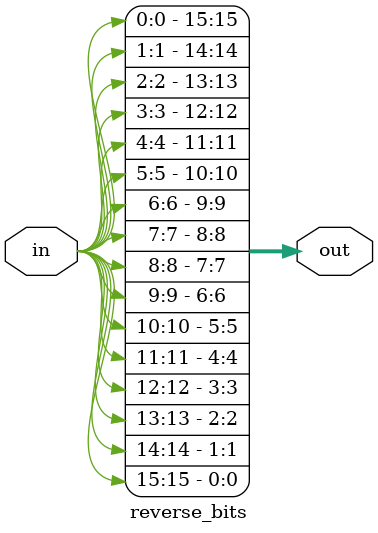
<source format=v>
module reverse_bits #(
  parameter WIDTH = 16
)(
  input [WIDTH-1:0] in,
  output [WIDTH-1:0] out
);

  genvar i;
  generate
    for(i = 0; i < WIDTH; i = i + 1) begin : bit_reverse
      assign out[i] = in[WIDTH-1 - i];
    end
  endgenerate

endmodule

</source>
